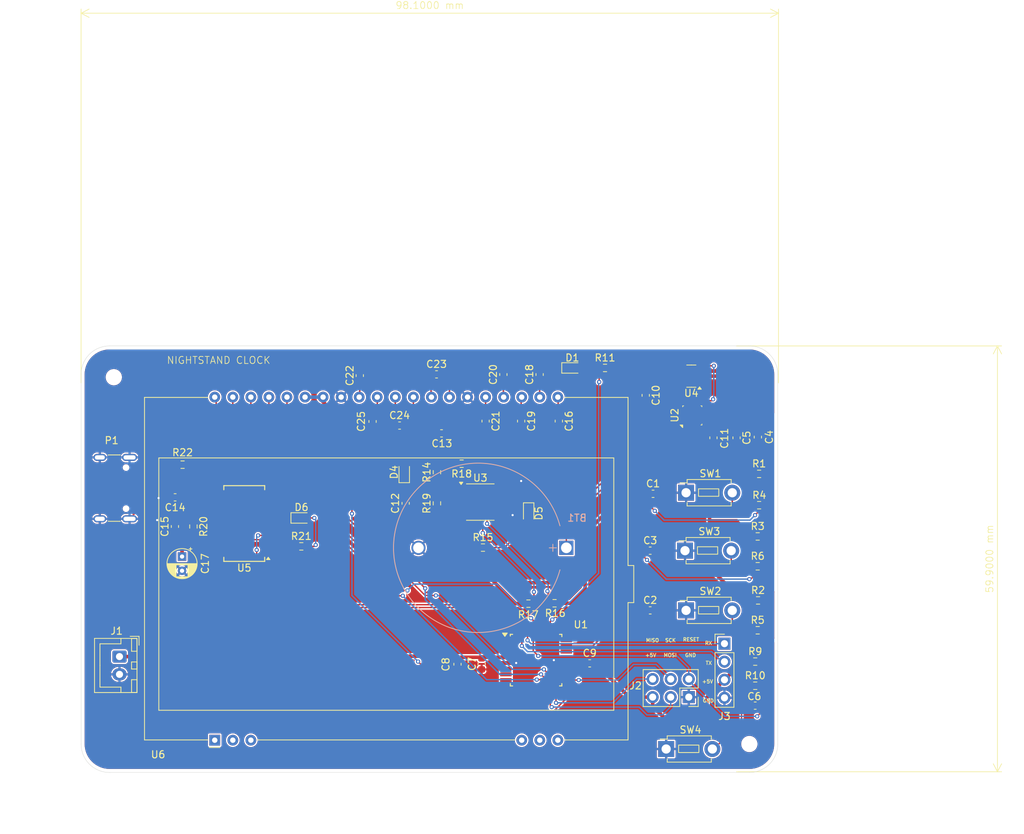
<source format=kicad_pcb>
(kicad_pcb (version 20240108) (generator "pcbnew") (generator_version "8.0")
  (layers (0 "F.Cu" signal) (31 "B.Cu" signal) (34 "B.Paste" user) (35 "F.Paste" user) (36 "B.SilkS" user "B.Silkscreen") (37 "F.SilkS" user "F.Silkscreen") (38 "B.Mask" user) (39 "F.Mask" user) (44 "Edge.Cuts" user))
  (net 0 "")
  (net 1 "Net-(BT1-+)")
  (net 2 "GND")
  (net 3 "/SW1")
  (net 4 "/SW2")
  (net 5 "/SW3")
  (net 6 "+3.3V")
  (net 7 "/RESET")
  (net 8 "+5V")
  (net 9 "Net-(U1-AREF)")
  (net 10 "Net-(U5-3V3OUT)")
  (net 11 "Net-(U6-V0)")
  (net 12 "Net-(U6-V1)")
  (net 13 "Net-(U6-V2)")
  (net 14 "Net-(U6-V3)")
  (net 15 "Net-(U6-V4)")
  (net 16 "Net-(U6-VOUT)")
  (net 17 "Net-(U6-CAP2P)")
  (net 18 "Net-(U6-CAP2N)")
  (net 19 "Net-(U6-CAP1N)")
  (net 20 "Net-(U6-CAP1P)")
  (net 21 "Net-(U6-CAP3P)")
  (net 22 "Net-(D1-A)")
  (net 23 "Net-(D4-A)")
  (net 24 "Net-(D5-A)")
  (net 25 "Net-(D6-A)")
  (net 26 "/MISO")
  (net 27 "/MOSI")
  (net 28 "/SCK")
  (net 29 "/TX")
  (net 30 "/RX")
  (net 31 "Net-(P1-CC)")
  (net 32 "Net-(P1-VBUS-PadA4)")
  (net 33 "/DATA_PIN_2")
  (net 35 "/DATA_PIN_1")
  (net 36 "Net-(R1-Pad2)")
  (net 37 "Net-(R2-Pad2)")
  (net 38 "Net-(R3-Pad2)")
  (net 39 "/SCL")
  (net 40 "/SDA")
  (net 41 "Net-(R10-Pad1)")
  (net 42 "/RED")
  (net 43 "Net-(U3-32KHZ)")
  (net 44 "Net-(U3-~{INT}{slash}SQW)")
  (net 73 "unconnected-(U1-PD2-Pad32)")
  (net 76 "/SS")
  (footprint "LED_SMD:LED_0603_1608Metric" (layer "F.Cu") (at 72.4 55.8)
    (property "Reference" "D6")
    (property "Value" "LED")
  )
  (footprint "Package_SO:SOIC-8_3.9x4.9mm_P1.27mm" (layer "F.Cu") (at 97.555 53.565)
    (property "Reference" "U3")
    (property "Value" "DS3231MZ")
  )
  (footprint "Button_Switch_THT:SW_PUSH_1P1T_6x3.5mm_H4.3_APEM_MJTP1243" (layer "F.Cu") (at 126.5 68.8)
    (property "Reference" "SW2")
    (property "Value" "~" (hide yes))
  )
  (footprint "Package_SO:SSOP-28_5.3x10.2mm_P0.65mm" (layer "F.Cu") (at 64.35 56.58 180)
    (property "Reference" "U5")
    (property "Value" "FT232RL")
  )
  (footprint "Capacitor_SMD:C_0603_1608Metric" (layer "F.Cu") (at 100.8 35.625 90)
    (property "Reference" "C20")
    (property "Value" "1uF")
  )
  (footprint "Connector_JST:JST_XH_B2B-XH-A_1x02_P2.50mm_Vertical" (layer "F.Cu") (at 46.8 75.3 -90)
    (property "Reference" "J1")
    (property "Value" "Conn_01x02_Pin")
  )
  (footprint "Capacitor_THT:CP_Radial_D4.0mm_P2.00mm" (layer "F.Cu") (at 55.6 61.2274 -90)
    (property "Reference" "C17")
    (property "Value" "10uF")
  )
  (footprint "Capacitor_SMD:C_0603_1608Metric" (layer "F.Cu") (at 120.825 38.55 -90)
    (property "Reference" "C10")
    (property "Value" "1uF")
  )
  (footprint "Capacitor_SMD:C_0603_1608Metric" (layer "F.Cu") (at 86.2 42.8)
    (property "Reference" "C24")
    (property "Value" "1uF")
  )
  (footprint "Capacitor_SMD:C_0603_1608Metric" (layer "F.Cu") (at 54.6 57 90)
    (property "Reference" "C15")
    (property "Value" "100nF")
  )
  (footprint "Resistor_SMD:R_0603_1608Metric" (layer "F.Cu") (at 136.225 79.4)
    (property "Reference" "R10")
    (property "Value" "10K")
  )
  (footprint "MountingHole:MountingHole_2.1mm" (layer "F.Cu") (at 135.4 87.6)
    (property "Reference" "H1" (hide yes))
    (property "Value" "MountingHole")
  )
  (footprint "Resistor_SMD:R_0603_1608Metric" (layer "F.Cu") (at 136.575 71.6)
    (property "Reference" "R5")
    (property "Value" "10K")
  )
  (footprint "Button_Switch_THT:SW_PUSH_1P1T_6x3.5mm_H4.3_APEM_MJTP1243" (layer "F.Cu") (at 126.5 52.25)
    (property "Reference" "SW1")
    (property "Value" "~" (hide yes))
  )
  (footprint "Capacitor_SMD:C_0603_1608Metric" (layer "F.Cu") (at 80.6 35.775 -90)
    (property "Reference" "C22")
    (property "Value" "1uF")
  )
  (footprint "Resistor_SMD:R_0603_1608Metric" (layer "F.Cu") (at 91.455 53.74 90)
    (property "Reference" "R19")
    (property "Value" "4.7K")
  )
  (footprint "Capacitor_SMD:C_0603_1608Metric" (layer "F.Cu") (at 133.6 44.525 -90)
    (property "Reference" "C5")
    (property "Value" "100nF")
  )
  (footprint "Capacitor_SMD:C_0603_1608Metric" (layer "F.Cu") (at 121.855 52.4)
    (property "Reference" "C1")
    (property "Value" "100nF")
  )
  (footprint "Connector_USB:USB_C_Receptacle_GCT_USB4105-xx-A_16P_TopMnt_Horizontal" (layer "F.Cu") (at 45.11 51.6 -90)
    (property "Reference" "P1")
    (property "Value" "USB_C_Plug_USB2.0")
  )
  (footprint "Capacitor_SMD:C_0603_1608Metric" (layer "F.Cu") (at 92.1 43.9 180)
    (property "Reference" "C13")
    (property "Value" "1uF")
  )
  (footprint "Capacitor_SMD:C_0603_1608Metric" (layer "F.Cu") (at 87.055 53.74 -90)
    (property "Reference" "C12")
    (property "Value" "0.1uF")
  )
  (footprint "Button_Switch_THT:SW_PUSH_1P1T_6x3.5mm_H4.3_APEM_MJTP1243" (layer "F.Cu") (at 123.7 88.3)
    (property "Reference" "SW4")
    (property "Value" "SW_Push")
  )
  (footprint "Resistor_SMD:R_0603_1608Metric" (layer "F.Cu") (at 136.575 62.6)
    (property "Reference" "R6")
    (property "Value" "10K")
  )
  (footprint "Capacitor_SMD:C_0603_1608Metric" (layer "F.Cu") (at 112.945 76.25)
    (property "Reference" "C9")
    (property "Value" "100nF")
  )
  (footprint "Package_LGA:Bosch_LGA-8_2.5x2.5mm_P0.65mm_ClockwisePinNumbering" (layer "F.Cu") (at 127.375 41.375 90)
    (property "Reference" "U2")
    (property "Value" "BME280")
  )
  (footprint "Capacitor_SMD:C_0603_1608Metric" (layer "F.Cu") (at 98.3 42.175 -90)
    (property "Reference" "C21")
    (property "Value" "1uF")
  )
  (footprint "Connector_PinHeader_2.54mm:PinHeader_1x04_P2.54mm_Vertical" (layer "F.Cu") (at 131.9 73.48)
    (property "Reference" "J3")
    (property "Value" "Conn_01x04_Pin")
  )
  (footprint "Package_TO_SOT_SMD:SOT-23" (layer "F.Cu") (at 127.2375 35.85 180)
    (property "Reference" "U4")
    (property "Value" "XC6206PxxxMR")
  )
  (footprint "Capacitor_SMD:C_0603_1608Metric" (layer "F.Cu") (at 91.4 35.6)
    (property "Reference" "C23")
    (property "Value" "1uF")
  )
  (footprint "Resistor_SMD:R_0603_1608Metric" (layer "F.Cu") (at 136.225 76)
    (property "Reference" "R9")
    (property "Value" "10K")
  )
  (footprint "Resistor_SMD:R_0603_1608Metric" (layer "F.Cu") (at 55.675 48.3)
    (property "Reference" "R22")
    (property "Value" "5.1K")
  )
  (footprint "Capacitor_SMD:C_0603_1608Metric" (layer "F.Cu") (at 136.225 82.2 180)
    (property "Reference" "C6")
    (property "Value" "100nF")
  )
  (footprint "Connector_PinSocket_2.54mm:PinSocket_2x03_P2.54mm_Vertical" (layer "F.Cu") (at 126.88 81 -90)
    (property "Reference" "J2")
    (property "Value" "Conn_02x03_Odd_Even")
  )
  (footprint "Resistor_SMD:R_0603_1608Metric" (layer "F.Cu") (at 57.2 57 -90)
    (property "Reference" "R20")
    (property "Value" "0")
  )
  (footprint "Resistor_SMD:R_0603_1608Metric" (layer "F.Cu") (at 136.625 67.4)
    (property "Reference" "R2")
    (property "Value" "10K")
  )
  (footprint "Capacitor_SMD:C_0603_1608Metric" (layer "F.Cu") (at 97.745 76.325 -90)
    (property "Reference" "C7")
    (property "Value" "100nF")
  )
  (footprint "LED_SMD:LED_0603_1608Metric" (layer "F.Cu") (at 110.498 34.698)
    (property "Reference" "D1")
    (property "Value" "R")
  )
  (footprint "Capacitor_SMD:C_0603_1608Metric" (layer "F.Cu") (at 105.9 35.625 90)
    (property "Reference" "C18")
    (property "Value" "1uF")
  )
  (footprint "MountingHole:MountingHole_2.1mm" (layer "F.Cu") (at 46 36)
    (property "Reference" "H2" (hide yes))
    (property "Value" "MountingHole")
  )
  (footprint "Package_QFP:TQFP-32_7x7mm_P0.8mm" (layer "F.Cu") (at 105.4 75.8)
    (property "Reference" "U1")
    (property "Value" "ATmega328PB-A")
  )
  (footprint "Capacitor_SMD:C_0603_1608Metric" (layer "F.Cu") (at 121.455 68.8)
    (property "Reference" "C2")
    (property "Value" "100nF")
  )
  (footprint "Display:EA_DOGL128-6" (layer "F.Cu") (at 60.2 87.06 90)
    (property "Reference" "U6")
    (property "Value" "EA_DOGL128X-6")
  )
  (footprint "Resistor_SMD:R_0603_1608Metric" (layer "F.Cu") (at 104.32 67.85 180)
    (property "Reference" "R17")
    (property "Value" "4.7K")
  )
  (footprint "Resistor_SMD:R_0603_1608Metric" (layer "F.Cu") (at 136.575 58.4)
    (property "Reference" "R3")
    (property "Value" "10K")
  )
  (footprint "Resistor_SMD:R_0603_1608Metric" (layer "F.Cu") (at 136.775 49.6)
    (property "Reference" "R1")
    (property "Value" "10K")
  )
  (footprint "Resistor_SMD:R_0603_1608Metric" (layer "F.Cu") (at 136.775 54)
    (property "Reference" "R4" (hide yes))
    (property "Value" "10K")
  )
  (footprint "Capacitor_SMD:C_0603_1608Metric" (layer "F.Cu") (at 103.3 42.175 -90)
    (property "Reference" "C19")
    (property "Value" "1uF")
  )
  (footprint "Capacitor_SMD:C_0603_1608Metric" (layer "F.Cu") (at 54.625 52.9 180)
    (property "Reference" "C14")
    (property "Value" "100nF")
  )
  (footprint "Capacitor_SMD:C_0603_1608Metric" (layer "F.Cu") (at 94.345 76.375 -90)
    (property "Reference" "C8")
    (property "Value" "100nF")
  )
  (footprint "Resistor_SMD:R_0603_1608Metric" (layer "F.Cu") (at 115.098 34.698)
    (property "Reference" "R11")
    (property "Value" "220")
  )
  (footprint "Capacitor_SMD:C_0603_1608Metric" (layer "F.Cu") (at 130.35 44.525 -90)
    (property "Reference" "C11")
    (property "Value" "1uF")
  )
  (footprint "Resistor_SMD:R_0603_1608Metric" (layer "F.Cu") (at 108 67.8)
    (property "Reference" "R16")
    (property "Value" "4.7K")
  )
  (footprint "Resistor_SMD:R_0603_1608Metric" (layer "F.Cu") (at 91.455 49.365 90)
    (property "Reference" "R14")
    (property "Value" "220")
  )
  (footprint "Button_Switch_THT:SW_PUSH_1P1T_6x3.5mm_H4.3_APEM_MJTP1243" (layer "F.Cu") (at 126.35 60.4)
    (property "Reference" "SW3")
    (property "Value" "~" (hide yes))
  )
  (footprint "LED_SMD:LED_0603_1608Metric" (layer "F.Cu") (at 86.855 49.3525 90)
    (property "Reference" "D4")
    (property "Value" "LED")
  )
  (footprint "Diode_SMD:D_0603_1608Metric" (layer "F.Cu") (at 104.355 55.1525 -90)
    (property "Reference" "D5")
    (property "Value" "1N4148")
  )
  (footprint "Resistor_SMD:R_0603_1608Metric" (layer "F.Cu") (at 97.93 59.965)
    (property "Reference" "R15")
    (property "Value" "200")
  )
  (footprint "Resistor_SMD:R_0603_1608Metric" (layer "F.Cu") (at 72.375 59.8)
    (property "Reference" "R21")
    (property "Value" "1K")
  )
  (footprint "Capacitor_SMD:C_0603_1608Metric" (layer "F.Cu") (at 82.4 42.225 -90)
    (property "Reference" "C25")
    (property "Value" "1uF")
  )
  (footprint "Resistor_SMD:R_0603_1608Metric" (layer "F.Cu") (at 94.93 48.165 180)
    (property "Reference" "R18")
    (property "Value" "4.7K")
  )
  (footprint "Capacitor_SMD:C_0603_1608Metric" (layer "F.Cu") (at 108.6 42.175 -90)
    (property "Reference" "C16")
    (property "Value" "1uF")
  )
  (footprint "Capacitor_SMD:C_0603_1608Metric" (layer "F.Cu") (at 121.455 60.4)
    (property "Reference" "C3")
    (property "Value" "100nF")
  )
  (footprint "Capacitor_SMD:C_0603_1608Metric" (layer "F.Cu") (at 136.6 44.425 -90)
    (property "Reference" "C4")
    (property "Value" "100nF")
  )
  (footprint "Battery:BatteryHolder_MYOUNG_BS-07-A1BJ001_CR2032" (layer "B.Cu") (at 109.657455 60 180)
    (property "Reference" "BT1")
    (property "Value" "Battery_Cell")
  )
  (gr_arc (start 139.4 87.6) (mid 138.228427 90.428427) (end 135.4 91.6) (stroke (width 0.05)) (layer "Edge.Cuts"))
  (gr_arc (start 41.4 35.6) (mid 42.571573 32.771573) (end 45.4 31.6) (stroke (width 0.05)) (layer "Edge.Cuts"))
  (gr_line (start 41.4 35.6) (end 41.4 87.6) (stroke (width 0.05)) (layer "Edge.Cuts"))
  (gr_arc (start 135.4 31.6) (mid 138.228427 32.771573) (end 139.4 35.6) (stroke (width 0.05)) (layer "Edge.Cuts"))
  (gr_line (start 45.4 31.6) (end 135.4 31.6) (stroke (width 0.05)) (layer "Edge.Cuts"))
  (gr_arc (start 45.4 91.6) (mid 42.571573 90.428427) (end 41.4 87.6) (stroke (width 0.05)) (layer "Edge.Cuts"))
  (gr_line (start 139.4 35.6) (end 139.4 87.6) (stroke (width 0.05)) (layer "Edge.Cuts"))
  (gr_line (start 45.4 91.6) (end 135.4 91.6) (stroke (width 0.05)) (layer "Edge.Cuts"))
  (gr_text "R4" (at 136.8 52.6 0) (layer "F.SilkS") (effects (font (size 1 1))))
  (gr_text "NIGHTSTAND CLOCK\n" (at 53.4 34.2 0) (layer "F.SilkS") (effects (font (size 1 1) (thickness 0.1)) (justify left bottom)))
  (gr_text "SCK" (at 123.5 73.3 0) (layer "F.SilkS") (effects (font (size 0.5 0.5) (thickness 0.1)) (justify left bottom)))
  (gr_text "+5V\n" (at 120.7 75.4 0) (layer "F.SilkS") (effects (font (size 0.5 0.5) (thickness 0.1)) (justify left bottom)))
  (gr_text "MISO" (at 120.8 73.3 0) (layer "F.SilkS") (effects (font (size 0.5 0.5) (thickness 0.1)) (justify left bottom)))
  (gr_text "RX\n" (at 129.1 73.7 0) (layer "F.SilkS") (effects (font (size 0.5 0.5) (thickness 0.1)) (justify left bottom)))
  (gr_text "GND" (at 128.8 81.8 0) (layer "F.SilkS") (effects (font (size 0.5 0.5) (thickness 0.1)) (justify left bottom)))
  (gr_text "TX\n" (at 129.2 76.5 0) (layer "F.SilkS") (effects (font (size 0.5 0.5) (thickness 0.1)) (justify left bottom)))
  (gr_text "MOSI\n" (at 123.3 75.4 0) (layer "F.SilkS") (effects (font (size 0.5 0.5) (thickness 0.1)) (justify left bottom)))
  (gr_text "RESET" (at 126 73.2 0) (layer "F.SilkS") (effects (font (size 0.5 0.5) (thickness 0.1)) (justify left bottom)))
  (gr_text "+5V\n" (at 128.7 79.1 0) (layer "F.SilkS") (effects (font (size 0.5 0.5) (thickness 0.1)) (justify left bottom)))
  (gr_text "GND" (at 126.3 75.4 0) (layer "F.SilkS") (effects (font (size 0.5 0.5) (thickness 0.1)) (justify left bottom)))
  (dimension (type aligned) (layer "F.SilkS") (pts (xy 133.1 31.6) (xy 133.1 91.5)) (height -37.2) (gr_text "59,9000 mm" (at 169.2 61.55 90) (layer "F.SilkS") (effects (font (size 1 1) (thickness 0.1)))) (format (prefix "") (suffix "") (units 3) (units_format 1) (precision 4)) (style (thickness 0.1) (arrow_length 1.27) (text_position_mode 0) (extension_height 0.58642) (extension_offset 0.5) keep_text_aligned))
  (dimension (type aligned) (layer "F.SilkS") (pts (xy 41.4 37.3) (xy 139.5 37.3)) (height -52.5) (gr_text "98,1000 mm" (at 90.45 -16.3 0) (layer "F.SilkS") (effects (font (size 1 1) (thickness 0.1)))) (format (prefix "") (suffix "") (units 3) (units_format 1) (precision 4)) (style (thickness 0.1) (arrow_length 1.27) (text_position_mode 0) (extension_height 0.58642) (extension_offset 0.5) keep_text_aligned))
  (segment (start 106.165 54.365) (end 104.355 54.365) (width 0.2) (layer "F.Cu") (net 1))
  (segment (start 109.657455 57.857455) (end 106.165 54.365) (width 0.2) (layer "F.Cu") (net 1))
  (segment (start 104.155 54.365) (end 103.99 54.2) (width 0.2) (layer "F.Cu") (net 1))
  (segment (start 109.657455 60) (end 109.657455 57.857455) (width 0.2) (layer "F.Cu") (net 1))
  (segment (start 104.19 54.2) (end 100.03 54.2) (width 0.2) (layer "F.Cu") (net 1))
  (segment (start 104.355 54.365) (end 104.19 54.2) (width 0.2) (layer "F.Cu") (net 1))
  (segment (start 104.355 54.365) (end 104.155 54.365) (width 0.2) (layer "F.Cu") (net 1))
  (segment (start 100.03 55.47) (end 102.03 55.47) (width 0.2) (layer "F.Cu") (net 2))
  (segment (start 53.85 52.9) (end 52.4 52.9) (width 0.2) (layer "F.Cu") (net 2))
  (segment (start 108.3 75.4) (end 109.65 75.4) (width 0.2) (layer "F.Cu") (net 2))
  (segment (start 52.1 56.1) (end 52.225 56.225) (width 0.2) (layer "F.Cu") (net 2))
  (segment (start 101.15 76.2) (end 102.6 76.2) (width 0.2) (layer "F.Cu") (net 2))
  (segment (start 52.225 56.225) (end 54.6 56.225) (width 0.2) (layer "F.Cu") (net 2))
  (segment (start 107.9 75.8) (end 108.3 75.4) (width 0.2) (layer "F.Cu") (net 2))
  (segment (start 52.4 52.9) (end 52.3 53) (width 0.2) (layer "F.Cu") (net 2))
  (segment (start 102.03 55.47) (end 102.1 55.4) (width 0.2) (layer "F.Cu") (net 2))
  (segment (start 126.35 52.4) (end 126.5 52.25) (width 0.2) (layer "F.Cu") (net 2))
  (via (at 102.6 76.2) (size 0.6) (drill 0.3) (layers "F.Cu" "B.Cu") (net 2))
  (via (at 102.1 55.4) (size 0.6) (drill 0.3) (layers "F.Cu" "B.Cu") (net 2))
  (via (at 52.1 56.1) (size 0.6) (drill 0.3) (layers "F.Cu" "B.Cu") (net 2))
  (via (at 103.3 50.6) (size 0.6) (drill 0.3) (layers "F.Cu" "B.Cu") (net 2))
  (via (at 107.9 75.8) (size 0.6) (drill 0.3) (layers "F.Cu" "B.Cu") (net 2))
  (via (at 52.3 53) (size 0.6) (drill 0.3) (layers "F.Cu" "B.Cu") (net 2))
  (segment (start 51.7 53.6) (end 51.7 55.7) (width 0.2) (layer "B.Cu") (net 2))
  (segment (start 102.1 55.4) (end 103.3 54.2) (width 0.2) (layer "B.Cu") (net 2))
  (segment (start 102.6 76.2) (end 107.5 76.2) (width 0.2) (layer "B.Cu") (net 2))
  (segment (start 107.5 76.2) (end 107.9 75.8) (width 0.2) (layer "B.Cu") (net 2))
  (segment (start 51.7 55.7) (end 52.1 56.1) (width 0.2) (layer "B.Cu") (net 2))
  (segment (start 52.3 53) (end 51.7 53.6) (width 0.2) (layer "B.Cu") (net 2))
  (segment (start 103.3 54.2) (end 103.3 50.6) (width 0.2) (layer "B.Cu") (net 2))
  (segment (start 108.2 70.4) (end 108.6 70) (width 0.2) (layer "F.Cu") (net 3))
  (segment (start 108.2 71.55) (end 108.2 70.4) (width 0.2) (layer "F.Cu") (net 3))
  (segment (start 111.8 70) (end 116.2 65.6) (width 0.2) (layer "F.Cu") (net 3))
  (segment (start 119.6 52.4) (end 121.08 52.4) (width 0.2) (layer "F.Cu") (net 3))
  (segment (start 136.2 55.4) (end 137.6 54) (width 0.2) (layer "F.Cu") (net 3))
  (segment (start 121.08 52.4) (end 121.08 53.78) (width 0.2) (layer "F.Cu") (net 3))
  (segment (start 108.6 70) (end 111.8 70) (width 0.2) (layer "F.Cu") (net 3))
  (segment (start 116.2 55.8) (end 119.6 52.4) (width 0.2) (layer "F.Cu") (net 3))
  (segment (start 121.08 53.78) (end 122.1 54.8) (width 0.2) (layer "F.Cu") (net 3))
  (segment (start 116.2 65.6) (end 116.2 55.8) (width 0.2) (layer "F.Cu") (net 3))
  (via (at 122.1 54.8) (size 0.6) (drill 0.3) (layers "F.Cu" "B.Cu") (net 3))
  (via (at 136.2 55.4) (size 0.6) (drill 0.3) (layers "F.Cu" "B.Cu") (net 3))
  (segment (start 123.4 56.1) (end 122.1 54.8) (width 0.2) (layer "B.Cu") (net 3))
  (segment (start 135.5 56.1) (end 123.4 56.1) (width 0.2) (layer "B.Cu") (net 3))
  (segment (start 136.2 55.4) (end 135.5 56.1) (width 0.2) (layer "B.Cu") (net 3))
  (segment (start 113.4 73.8) (end 118.4 68.8) (width 0.2) (layer "F.Cu") (net 4))
  (segment (start 123.28 71.4) (end 132.9 71.4) (width 0.2) (layer "F.Cu") (net 4))
  (segment (start 118.4 68.8) (end 120.68 68.8) (width 0.2) (layer "F.Cu") (net 4))
  (segment (start 109.65 73.8) (end 113.4 73.8) (width 0.2) (layer "F.Cu") (net 4))
  (segment (start 133.9 72.4) (end 136.6 72.4) (width 0.2) (layer "F.Cu") (net 4))
  (segment (start 136.6 72.4) (end 137.4 71.6) (width 0.2) (layer "F.Cu") (net 4))
  (segment (start 132.9 71.4) (end 133.9 72.4) (width 0.2) (layer "F.Cu") (net 4))
  (segment (start 120.68 68.8) (end 123.28 71.4) (width 0.2) (layer "F.Cu") (net 4))
  (segment (start 135.6 64.4) (end 137.4 62.6) (width 0.2) (layer "F.Cu") (net 5))
  (segment (start 135.4 64.4) (end 135.6 64.4) (width 0.2) (layer "F.Cu") (net 5))
  (segment (start 117.2 62.6) (end 119.4 60.4) (width 0.2) (layer "F.Cu") (net 5))
  (segment (start 111 73) (end 117.2 66.8) (width 0.2) (layer "F.Cu") (net 5))
  (segment (start 117.2 66.8) (end 117.2 62.6) (width 0.2) (layer "F.Cu") (net 5))
  (segment (start 120.68 61.38) (end 121 61.7) (width 0.2) (layer "F.Cu") (net 5))
  (segment (start 109.65 73) (end 111 73) (width 0.2) (layer "F.Cu") (net 5))
  (segment (start 120.68 60.4) (end 120.68 61.38) (width 0.2) (layer "F.Cu") (net 5))
  (segment (start 119.4 60.4) (end 120.68 60.4) (width 0.2) (layer "F.Cu") (net 5))
  (via (at 121 61.7) (size 0.6) (drill 0.3) (layers "F.Cu" "B.Cu") (net 5))
  (via (at 135.4 64.4) (size 0.6) (drill 0.3) (layers "F.Cu" "B.Cu") (net 5))
  (segment (start 121 61.7) (end 123.7 64.4) (width 0.2) (layer "B.Cu") (net 5))
  (segment (start 123.7 64.4) (end 135.4 64.4) (width 0.2) (layer "B.Cu") (net 5))
  (segment (start 108 64.9) (end 108.825 65.725) (width 0.5) (layer "F.Cu") (net 6))
  (segment (start 94.105 48.165) (end 94.105 47.105) (width 0.5) (layer "F.Cu") (net 6))
  (segment (start 128.4 42.9) (end 129.25 43.75) (width 0.2) (layer "F.Cu") (net 6))
  (segment (start 97.105 62.405) (end 97.105 59.965) (width 0.5) (layer "F.Cu") (net 6))
  (segment (start 130.1 39.3) (end 130.3 39.1) (width 0.2) (layer "F.Cu") (net 6))
  (segment (start 97.105 59.965) (end 97.105 53.315) (width 0.5) (layer "F.Cu") (net 6))
  (segment (start 93.555 50.165) (end 93.155 50.165) (width 0.5) (layer "F.Cu") (net 6))
  (segment (start 91.405 52.965) (end 91.455 52.915) (width 0.5) (layer "F.Cu") (net 6))
  (segment (start 128.4 42.35) (end 128.05 42.35) (width 0.2) (layer "F.Cu") (net 6))
  (segment (start 128.4 42.35) (end 127.65 42.35) (width 0.2) (layer "F.Cu") (net 6))
  (segment (start 91.655 50.39) (end 91.455 50.19) (width 0.2) (layer "F.Cu") (net 6))
  (segment (start 94.105 48.165) (end 94.105 49.615) (width 0.5) (layer "F.Cu") (net 6))
  (segment (start 80.77 44.8) (end 88.4 44.8) (width 0.5) (layer "F.Cu") (net 6))
  (segment (start 136.5 43.75) (end 136.6 43.65) (width 0.2) (layer "F.Cu") (net 6))
  (segment (start 94.94 52.79) (end 95.08 52.93) (width 0.2) (layer "F.Cu") (net 6))
  (segment (start 127.6 39.7) (end 128 39.3) (width 0.2) (layer "F.Cu") (net 6))
  (segment (start 90.6 42.6) (end 92.4 42.6) (width 0.5) (layer "F.Cu") (net 6))
  (segment (start 92.4 42.6) (end 92.875 43.075) (width 0.5) (layer "F.Cu") (net 6))
  (segment (start 127.95 41.05) (end 127.6 40.7) (width 0.2) (layer "F.Cu") (net 6))
  (segment (start 94.105 47.105) (end 92.875 45.875) (width 0.5) (layer "F.Cu") (net 6))
  (segment (start 103.495 67.85) (end 103.495 65.505) (width 0.5) (layer "F.Cu") (net 6))
  (segment (start 129.6 34.4) (end 130.4 34.4) (width 0.2) (layer "F.Cu") (net 6))
  (segment (start 91.455 52.915) (end 91.455 50.19) (width 0.5) (layer "F.Cu") (net 6))
  (segment (start 127.65 42.35) (end 127 41.7) (width 0.2) (layer "F.Cu") (net 6))
  (segment (start 128 39.3) (end 130.1 39.3) (width 0.2) (layer "F.Cu") (net 6))
  (segment (start 91.455 52.915) (end 95.065 52.915) (width 0.5) (layer "F.Cu") (net 6))
  (segment (start 112.4 57.9) (end 125.3 45) (width 0.5) (layer "F.Cu") (net 6))
  (segment (start 103.495 65.505) (end 104.1 64.9) (width 0.5) (layer "F.Cu") (net 6))
  (segment (start 129.25 43.75) (end 130.35 43.75) (width 0.2) (layer "F.Cu") (net 6))
  (segment (start 92.875 43.075) (end 92.875 43.9) (width 0.5) (layer "F.Cu") (net 6))
  (segment (start 112.3 58) (end 112.4 57.9) (width 0.5) (layer "F.Cu") (net 6))
  (segment (start 93.13 50.19) (end 91.455 50.19) (width 0.5) (layer "F.Cu") (net 6))
  (segment (start 92.875 45.875) (end 92.875 43.9) (width 0.5) (layer "F.Cu") (net 6))
  (segment (start 108.825 67.8) (end 110.3 67.8) (width 0.5) (layer "F.Cu") (net 6))
  (segment (start 130.35 43.75) (end 136.5 43.75) (width 0.2) (layer "F.Cu") (net 6))
  (segment (start 125.4 45) (end 125.3 45) (width 0.2) (layer "F.Cu") (net 6))
  (segment (start 96.72 52.93) (end 95.08 52.93) (width 0.5) (layer "F.Cu") (net 6))
  (segment (start 88.4 44.8) (end 90.6 42.6) (width 0.5) (layer "F.Cu") (net 6))
  (segment (start 95.065 52.915) (end 95.08 52.93) (width 0.5) (layer "F.Cu") (net 6))
  (segment (start 91.455 52.715) (end 91.255 52.915) (width 0.2) (layer "F.Cu") (net 6))
  (segment (start 97.105 53.315) (end 96.72 52.93) (width 0.5) (layer "F.Cu") (net 6))
  (segment (start 127 41.7) (end 126.35 41.7) (width 0.2) (layer "F.Cu") (net 6))
  (segment (start 110.3 67.8) (end 112.3 65.8) (width 0.5) (layer "F.Cu") (net 6))
  (segment (start 128.375 34.9) (end 129.1 34.9) (width 0.2) (layer "F.Cu") (net 6))
  (segment (start 128.4 41.05) (end 129.25 41.05) (width 0.2) (layer "F.Cu") (net 6))
  (segment (start 129.1 34.9) (end 129.6 34.4) (width 0.2) (layer "F.Cu") (net 6))
  (segment (start 128.4 42.35) (end 128.4 42.9) (width 0.2) (layer "F.Cu") (net 6))
  (segment (start 129.25 41.05) (end 130.35 42.15) (width 0.2) (layer "F.Cu") (net 6))
  (segment (start 75.44 38.8) (end 75.44 39.47) (width 0.5) (layer "F.Cu") (net 6))
  (segment (start 103.495 67.85) (end 102.55 67.85) (width 0.5) (layer "F.Cu") (net 6))
  (segment (start 102.55 67.85) (end 97.105 62.405) (width 0.5) (layer "F.Cu") (net 6))
  (segment (start 86.93 53.09) (end 87.055 52.965) (width 0.5) (layer "F.Cu") (net 6))
  (segment (start 94.105 49.615) (end 93.555 50.165) (width 0.5) (layer "F.Cu") (net 6))
  (segment (start 93.155 50.165) (end 93.13 50.19) (width 0.5) (layer "F.Cu") (net 6))
  (segment (start 108.825 65.725) (end 108.825 67.8) (width 0.5) (layer "F.Cu") (net 6))
  (segment (start 128.4 41.05) (end 127.95 41.05) (width 0.2) (layer "F.Cu") (net 6))
  (segment (start 104.1 64.9) (end 108 64.9) (width 0.5) (layer "F.Cu") (net 6))
  (segment (start 128.05 42.35) (end 125.4 45) (width 0.2) (layer "F.Cu") (net 6))
  (segment (start 130.35 42.15) (end 130.35 43.75) (width 0.2) (layer "F.Cu") (net 6))
  (segment (start 127.6 40.7) (end 127.6 39.7) (width 0.2) (layer "F.Cu") (net 6))
  (segment (start 112.3 65.8) (end 112.3 58) (width 0.5) (layer "F.Cu") (net 6))
  (segment (start 75.44 39.47) (end 80.77 44.8) (width 0.5) (layer "F.Cu") (net 6))
  (segment (start 87.055 52.965) (end 91.405 52.965) (width 0.5) (layer "F.Cu") (net 6))
  (via (at 130.4 34.4) (size 0.6) (drill 0.3) (layers "F.Cu" "B.Cu") (net 6))
  (via (at 130.3 39.1) (size 0.6) (drill 0.3) (layers "F.Cu" "B.Cu") (net 6))
  (segment (start 130.4 39) (end 130.3 39.1) (width 0.2) (layer "B.Cu") (net 6))
  (segment (start 130.4 34.4) (end 130.4 39) (width 0.2) (layer "B.Cu") (net 6))
  (segment (start 72.9 38.8) (end 75.44 38.8) (width 0.5) (layer "B.Cu") (net 6))
  (segment (start 137.05 82.15) (end 137 82.2) (width 0.2) (layer "F.Cu") (net 7))
  (segment (start 87.3 66) (end 86.8 66) (width 0.2) (layer "F.Cu") (net 7))
  (segment (start 137.05 79.4) (end 137.05 79.6) (width 0.2) (layer "F.Cu") (net 7))
  (segment (start 137.05 79.4) (end 137.05 82.15) (width 0.2) (layer "F.Cu") (net 7))
  (segment (start 137 82.2) (end 137 83.2) (width 0.2) (layer "F.Cu") (net 7))
  (segment (start 137.05 79.6) (end 137 79.65) (width 0.2) (layer "F.Cu") (net 7))
  (segment (start 137 83.2) (end 136.5 83.7) (width 0.2) (layer "F.Cu") (net 7))
  (segment (start 105 70.2) (end 104.7 69.9) (width 0.2) (layer "F.Cu") (net 7))
  (segment (start 62.74 41.94) (end 62.74 38.8) (width 0.2) (layer "F.Cu") (net 7))
  (segment (start 105 74.5) (end 105.7 75.2) (width 0.2) (layer "F.Cu") (net 7))
  (segment (start 105 71.55) (end 105 74.5) (width 0.2) (layer "F.Cu") (net 7))
  (segment (start 105 71.55) (end 105 70.2) (width 0.2) (layer "F.Cu") (net 7))
  (segment (start 86.8 66) (end 62.74 41.94) (width 0.2) (layer "F.Cu") (net 7))
  (via (at 104.7 69.9) (size 0.6) (drill 0.3) (layers "F.Cu" "B.Cu") (net 7))
  (via (at 105.7 75.2) (size 0.6) (drill 0.3) (layers "F.Cu" "B.Cu") (net 7))
  (via (at 87.3 66) (size 0.6) (drill 0.3) (layers "F.Cu" "B.Cu") (net 7))
  (via (at 136.5 83.7) (size 0.6) (drill 0.3) (layers "F.Cu" "B.Cu") (net 7))
  (segment (start 126.88 78.68) (end 126.88 78.46) (width 0.2) (layer "B.Cu") (net 7))
  (segment (start 87.3 66) (end 88.2 65.1) (width 0.2) (layer "B.Cu") (net 7))
  (segment (start 99.9 65.1) (end 104.7 69.9) (width 0.2) (layer "B.Cu") (net 7))
  (segment (start 126.88 76.88) (end 126.88 78.46) (width 0.2) (layer "B.Cu") (net 7))
  (segment (start 136.5 83.7) (end 131.9 83.7) (width 0.2) (layer "B.Cu") (net 7))
  (segment (start 131.9 83.7) (end 126.88 78.68) (width 0.2) (layer "B.Cu") (net 7))
  (segment (start 105.7 75.2) (end 125.2 75.2) (width 0.2) (layer "B.Cu") (net 7))
  (segment (start 88.2 65.1) (end 99.9 65.1) (width 0.2) (layer "B.Cu") (net 7))
  (segment (start 125.2 75.2) (end 126.88 76.88) (width 0.2) (layer "B.Cu") (net 7))
  (segment (start 52.25 75.3) (end 47.65 75.3) (width 0.5) (layer "F.Cu") (net 8))
  (segment (start 135.95 47.75) (end 138.5 45.2) (width 0.5) (layer "F.Cu") (net 8))
  (segment (start 53.425 57.775) (end 51.9 59.3) (width 0.5) (layer "F.Cu") (net 8))
  (segment (start 70.605 58.855) (end 71.55 59.8) (width 0.2) (layer "F.Cu") (net 8))
  (segment (start 103.9 76.1) (end 106.775 76.1) (width 0.5) (layer "F.Cu") (net 8))
  (segment (start 97.745 75.55) (end 97.895 75.4) (width 0.5) (layer "F.Cu") (net 8))
  (segment (start 97.595 75.4) (end 97.745 75.55) (width 0.5) (layer "F.Cu") (net 8))
  (segment (start 129.8 56.2) (end 129.8 62.8) (width 0.5) (layer "F.Cu") (net 8))
  (segment (start 135.8 66.4) (end 135.8 67.4) (width 0.5) (layer "F.Cu") (net 8))
  (segment (start 135.4 75.95) (end 135.4 76) (width 0.5) (layer "F.Cu") (net 8))
  (segment (start 126.1 35.85) (end 122.75 35.85) (width 0.5) (layer "F.Cu") (net 8))
  (segment (start 106.775 76.1) (end 108.475 77.8) (width 0.5) (layer "F.Cu") (net 8))
  (segment (start 122.75 35.85) (end 120.825 37.775) (width 0.5) (layer "F.Cu") (net 8))
  (segment (start 123.3 83.8) (end 121.8 82.3) (width 0.5) (layer "F.Cu") (net 8))
  (segment (start 52.3 75.25) (end 93.995 75.25) (width 0.5) (layer "F.Cu") (net 8))
  (segment (start 101.15 75.4) (end 103.2 75.4) (width 0.5) (layer "F.Cu") (net 8))
  (segment (start 55.6 58.175) (end 55.6 61.2274) (width 0.5) (layer "F.Cu") (net 8))
  (segment (start 93.995 75.25) (end 94.345 75.6) (width 0.5) (layer "F.Cu") (net 8))
  (segment (start 51.9 75.25) (end 52.3 75.25) (width 0.5) (layer "F.Cu") (net 8))
  (segment (start 108.475 77.8) (end 109.65 77.8) (width 0.5) (layer "F.Cu") (net 8))
  (segment (start 118.5 81) (end 121.8 81) (width 0.5) (layer "F.Cu") (net 8))
  (segment (start 138.5 41.5) (end 132.85 35.85) (width 0.5) (layer "F.Cu") (net 8))
  (segment (start 59.405 55.605) (end 59.4 55.6) (width 0.2) (layer "F.Cu") (net 8))
  (segment (start 57.975 57.825) (end 58.6 57.2) (width 0.5) (layer "F.Cu") (net 8))
  (segment (start 62.405 55.605) (end 65.655 58.855) (width 0.2) (layer "F.Cu") (net 8))
  (segment (start 132 49.6) (end 129.8 51.8) (width 0.5) (layer "F.Cu") (net 8))
  (segment (start 60.75 55.605) (end 59.405 55.605) (width 0.2) (layer "F.Cu") (net 8))
  (segment (start 128.7 83.8) (end 123.3 83.8) (width 0.5) (layer "F.Cu") (net 8))
  (segment (start 136 66.2) (end 135.8 66.4) (width 0.5) (layer "F.Cu") (net 8))
  (segment (start 59.2 55.6) (end 59.4 55.6) (width 0.5) (layer "F.Cu") (net 8))
  (segment (start 94.345 75.6) (end 94.545 75.4) (width 0.5) (layer "F.Cu") (net 8))
  (segment (start 109.65 77.8) (end 115.3 77.8) (width 0.5) (layer "F.Cu") (net 8))
  (segment (start 57.15 57.775) (end 57.2 57.825) (width 0.5) (layer "F.Cu") (net 8))
  (segment (start 135.8 67.4) (end 135.8 67.2) (width 0.2) (layer "F.Cu") (net 8))
  (segment (start 132.85 35.85) (end 126.1 35.85) (width 0.5) (layer "F.Cu") (net 8))
  (segment (start 131.9 78.56) (end 129.4 81.06) (width 0.5) (layer "F.Cu") (net 8))
  (segment (start 129.4 83.1) (end 128.7 83.8) (width 0.5) (layer "F.Cu") (net 8))
  (segment (start 135.95 49.6) (end 132 49.6) (width 0.5) (layer "F.Cu") (net 8))
  (segment (start 138.65 72.7) (end 135.4 75.95) (width 0.5) (layer "F.Cu") (net 8))
  (segment (start 51.9 59.3) (end 51.9 75.25) (width 0.5) (layer "F.Cu") (net 8))
  (segment (start 134.4 67.4) (end 135.8 67.4) (width 0.5) (layer "F.Cu") (net 8))
  (segment (start 58.6 56.2) (end 59.2 55.6) (width 0.5) (layer "F.Cu") (net 8))
  (segment (start 129.8 62.8) (end 134.4 67.4) (width 0.5) (layer "F.Cu") (net 8))
  (segment (start 54.6 57.775) (end 53.425 57.775) (width 0.5) (layer "F.Cu") (net 8))
  (segment (start 133.6 56.25) (end 133.6 56.2) (width 0.5) (layer "F.Cu") (net 8))
  (segment (start 138.65 66.2) (end 136 66.2) (width 0.5) (layer "F.Cu") (net 8))
  (segment (start 67.95 58.855) (end 70.605 58.855) (width 0.2) (layer "F.Cu") (net 8))
  (segment (start 135.95 49.6) (end 135.95 47.75) (width 0.5) (layer "F.Cu") (net 8))
  (segment (start 57.2 57.825) (end 57.975 57.825) (width 0.5) (layer "F.Cu") (net 8))
  (segment (start 56 57.775) (end 55.6 58.175) (width 0.5) (layer "F.Cu") (net 8))
  (segment (start 115.3 77.8) (end 118.5 81) (width 0.5) (layer "F.Cu") (net 8))
  (segment (start 56 57.775) (end 57.15 57.775) (width 0.5) (layer "F.Cu") (net 8))
  (segment (start 94.545 75.4) (end 97.595 75.4) (width 0.5) (layer "F.Cu") (net 8))
  (segment (start 129.4 81.06) (end 129.4 83.1) (width 0.5) (layer "F.Cu") (net 8))
  (segment (start 135.75 58.4) (end 133.6 56.25) (width 0.5) (layer "F.Cu") (net 8))
  (segment (start 121.8 82.3) (end 121.8 81) (width 0.5) (layer "F.Cu") (net 8))
  (segment (start 103.2 75.4) (end 103.9 76.1) (width 0.5) (layer "F.Cu") (net 8))
  (segment (start 138.65 72.7) (end 138.65 66.2) (width 0.5) (layer "F.Cu") (net 8))
  (segment (start 54.6 57.775) (end 56 57.775) (width 0.5) (layer "F.Cu") (net 8))
  (segment (start 135.4 76) (end 134.46 76) (width 0.5) (layer "F.Cu") (net 8))
  (segment (start 60.75 55.605) (end 62.405 55.605) (width 0.2) (layer "F.Cu") (net 8))
  (segment (start 129.8 51.8) (end 129.8 56.2) (width 0.5) (layer "F.Cu") (net 8))
  (segment (start 133.6 56.2) (end 129.8 56.2) (width 0.5) (layer "F.Cu") (net 8))
  (segment (start 134.46 76) (end 131.9 78.56) (width 0.5) (layer "F.Cu") (net 8))
  (segment (start 58.6 57.2) (end 58.6 56.2) (width 0.5) (layer "F.Cu") (net 8))
  (segment (start 138.5 45.2) (end 138.5 41.5) (width 0.5) (layer "F.Cu") (net 8))
  (segment (start 97.895 75.4) (end 101.15 75.4) (width 0.5) (layer "F.Cu") (net 8))
  (segment (start 65.655 58.855) (end 67.95 58.855) (width 0.2) (layer "F.Cu") (net 8))
  (segment (start 52.3 75.25) (end 52.25 75.3) (width 0.5) (layer "F.Cu") (net 8))
  (segment (start 112.12 76.2) (end 112.17 76.25) (width 0.2) (layer "F.Cu") (net 9))
  (segment (start 109.65 76.2) (end 112.12 76.2) (width 0.2) (layer "F.Cu") (net 9))
  (segment (start 57.755 53.655) (end 57 52.9) (width 0.2) (layer "F.Cu") (net 10))
  (segment (start 57 52.9) (end 55.4 52.9) (width 0.2) (layer "F.Cu") (net 10))
  (segment (start 60.75 53.655) (end 57.755 53.655) (width 0.2) (layer "F.Cu") (net 10))
  (segment (start 108.5 41.4) (end 108.5 38.89) (width 0.2) (layer "F.Cu") (net 11))
  (segment (start 107.8 38.89) (end 107.84 38.85) (width 0.2) (layer "F.Cu") (net 11))
  (segment (start 105.9 36.4) (end 105.9 38.75) (width 0.2) (layer "F.Cu") (net 12))
  (segment (start 105.4 38.75) (end 105.3 38.85) (width 0.2) (layer "F.Cu") (net 12))
  (segment (start 102.8 38.89) (end 102.76 38.85) (width 0.2) (layer "F.Cu") (net 13))
  (segment (start 103.3 41.4) (end 103.3 38.89) (width 0.2) (layer "F.Cu") (net 13))
  (segment (start 100.2 38.83) (end 100.22 38.85) (width 0.2) (layer "F.Cu") (net 14))
  (segment (start 100.8 36.385) (end 100.8 38.815) (width 0.2) (layer "F.Cu") (net 14))
  (segment (start 98.3 41.435) (end 98.3 38.965) (width 0.2) (layer "F.Cu") (net 15))
  (segment (start 80 38.75) (end 79.9 38.85) (width 0.2) (layer "F.Cu") (net 16))
  (segment (start 80.6 36.55) (end 80.6 38.75) (width 0.2) (layer "F.Cu") (net 16))
  (segment (start 90.625 38.745) (end 90.68 38.8) (width 0.2) (layer "F.Cu") (net 17))
  (segment (start 90.625 35.6) (end 90.625 38.745) (width 0.2) (layer "F.Cu") (net 17))
  (segment (start 93.22 36.32) (end 93.22 38.8) (width 0.2) (layer "F.Cu") (net 18))
  (segment (start 92.5 35.6) (end 93.22 36.32) (width 0.2) (layer "F.Cu") (net 18))
  (segment (start 92.175 35.6) (end 92.5 35.6) (width 0.2) (layer "F.Cu") (net 18))
  (segment (start 85.6 39.6) (end 85.6 38.8) (width 0.2) (layer "F.Cu") (net 19))
  (segment (start 85.425 42.8) (end 85.2 42.575) (width 0.2) (layer "F.Cu") (net 19))
  (segment (start 85.225 43) (end 85.425 42.8) (width 0.2) (layer "F.Cu") (net 19))
  (segment (start 85.6 42.1) (end 85.425 42.275) (width 0.2) (layer "F.Cu") (net 19))
  (segment (start 82.4 43) (end 85.225 43) (width 0.2) (layer "F.Cu") (net 19))
  (segment (start 85.6 39.6) (end 85.6 39.47) (width 0.2) (layer "F.Cu") (net 19))
  (segment (start 85.6 39.47) (end 84.98 38.85) (width 0.2) (layer "F.Cu") (net 19))
  (segment (start 85.6 39.6) (end 85.6 42.1) (width 0.2) (layer "F.Cu") (net 19))
  (segment (start 85.425 42.275) (end 85.425 42.8) (width 0.2) (layer "F.Cu") (net 19))
  (segment (start 86.975 42.8) (end 88.14 41.635) (width 0.2) (layer "F.Cu") (net 20))
  (segment (start 88.14 41.635) (end 88.14 38.8) (width 0.2) (layer "F.Cu") (net 20))
  (segment (start 83.06 40.79) (end 82.4 41.45) (width 0.2) (layer "F.Cu") (net 21))
  (segment (start 83.06 38.8) (end 83.06 40.79) (width 0.2) (layer "F.Cu") (net 21))
  (segment (start 112.3835 33.6) (end 114.825 33.6) (width 0.2) (layer "F.Cu") (net 22))
  (segment (start 114.825 33.6) (end 115.923 34.698) (width 0.2) (layer "F.Cu") (net 22))
  (segment (start 111.2855 34.698) (end 112.3835 33.6) (width 0.2) (layer "F.Cu") (net 22))
  (segment (start 91.43 48.565) (end 91.455 48.54) (width 0.2) (layer "F.Cu") (net 23))
  (segment (start 86.855 48.565) (end 91.43 48.565) (width 0.2) (layer "F.Cu") (net 23))
  (segment (start 104.355 55.94) (end 104.355 56.565) (width 0.2) (layer "F.Cu") (net 24))
  (segment (start 104.355 56.565) (end 100.955 59.965) (width 0.2) (layer "F.Cu") (net 24))
  (segment (start 100.955 59.965) (end 98.755 59.965) (width 0.2) (layer "F.Cu") (net 24))
  (segment (start 73.1875 55.8) (end 74.2 55.8) (width 0.2) (layer "F.Cu") (net 25))
  (segment (start 74.4 59.6) (end 74.2 59.8) (width 0.2) (layer "F.Cu") (net 25))
  (segment (start 74.2 59.8) (end 73.2 59.8) (width 0.2) (layer "F.Cu") (net 25))
  (via (at 74.2 55.8) (size 0.6) (drill 0.3) (layers "F.Cu" "B.Cu") (net 25))
  (via (at 74.4 59.6) (size 0.6) (drill 0.3) (layers "F.Cu" "B.Cu") (net 25))
  (segment (start 74.4 56) (end 74.4 59.6) (width 0.2) (layer "B.Cu") (net 25))
  (segment (start 74.2 55.8) (end 74.4 56) (width 0.2) (layer "B.Cu") (net 25))
  (segment (start 89.8 66.7) (end 65.28 42.18) (width 0.2) (layer "F.Cu") (net 26))
  (segment (start 106.5 77.1) (end 108.2 78.8) (width 0.2) (layer "F.Cu") (net 26))
  (segment (start 108.2 78.8) (end 108.2 80.05) (width 0.2) (layer "F.Cu") (net 26))
  (segment (start 108.2 80.05) (end 108.2 81.8) (width 0.2) (layer "F.Cu") (net 26))
  (segment (start 65.28 42.18) (end 65.28 38.8) (width 0.2) (layer "F.Cu") (net 26))
  (segment (start 91.3 66.7) (end 89.8 66.7) (width 0.2) (layer "F.Cu") (net 26))
  (via (at 108.2 81.8) (size 0.6) (drill 0.3) (layers "F.Cu" "B.Cu") (net 26))
  (via (at 106.5 77.1) (size 0.6) (drill 0.3) (layers "F.Cu" "B.Cu") (net 26))
  (via (at 91.3 66.7) (size 0.6) (drill 0.3) (layers "F.Cu" "B.Cu") (net 26))
  (segment (start 91.7 66.7) (end 102.1 77.1) (width 0.2) (layer "B.Cu") (net 26))
  (segment (start 119.54 78.46) (end 121.8 78.46) (width 0.2) (layer "B.Cu") (net 26))
  (segment (start 116.2 81.8) (end 119.54 78.46) (width 0.2) (layer "B.Cu") (net 26))
  (segment (start 102.1 77.1) (end 106.5 77.1) (width 0.2) (layer "B.Cu") (net 26))
  (segment (start 108.2 81.8) (end 116.2 81.8) (width 0.2) (layer "B.Cu") (net 26))
  (segment (start 108.4 82) (end 108.2 81.8) (width 0.2) (layer "B.Cu") (net 26))
  (segment (start 91.3 66.7) (end 91.7 66.7) (width 0.2) (layer "B.Cu") (net 26))
  (segment (start 106.1 77.8) (end 107.4 79.1) (width 0.2) (layer "F.Cu") (net 27))
  (segment (start 86.9 57.9) (end 70.36 41.36) (width 0.2) (layer "F.Cu") (net 27))
  (segment (start 107.4 79.1) (end 107.4 80.05) (width 0.2) (layer "F.Cu") (net 27))
  (segment (start 107.4 80.05) (end 107.4 81.4) (width 0.2) (layer "F.Cu") (net 27))
  (segment (start 86.9 62.8) (end 86.9 57.9) (width 0.2) (layer "F.Cu") (net 27))
  (segment (start 107.4 81.4) (end 107.4 82.2) (width 0.2) (layer "F.Cu") (net 27))
  (segment (start 107.4 82.2) (end 107.6 82.4) (width 0.2) (layer "F.Cu") (net 27))
  (segment (start 89.8 65.7) (end 86.9 62.8) (width 0.2) (layer "F.Cu") (net 27))
  (segment (start 70.36 41.36) (end 70.36 38.8) (width 0.2) (layer "F.Cu") (net 27))
  (via (at 106.1 77.8) (size 0.6) (drill 0.3) (layers "F.Cu" "B.Cu") (net 27))
  (via (at 89.8 65.7) (size 0.6) (drill 0.3) (layers "F.Cu" "B.Cu") (net 27))
  (via (at 107.6 82.4) (size 0.6) (drill 0.3) (layers "F.Cu" "B.Cu") (net 27))
  (segment (start 121 83.5) (end 123.2 83.5) (width 0.2) (layer "B.Cu") (net 27))
  (segment (start 89.8 67.3) (end 100.3 77.8) (width 0.2) (layer "B.Cu") (net 27))
  (segment (start 124.34 82.36) (end 124.34 81) (width 0.2) (layer "B.Cu") (net 27))
  (segment (start 89.8 65.7) (end 89.8 67.3) (width 0.2) (layer "B.Cu") (net 27))
  (segment (start 123.2 83.5) (end 124.34 82.36) (width 0.2) (layer "B.Cu") (net 27))
  (segment (start 119.9 82.4) (end 121 83.5) (width 0.2) (layer "B.Cu") (net 27))
  (segment (start 100.3 77.8) (end 106.1 77.8) (width 0.2) (layer "B.Cu") (net 27))
  (segment (start 107.6 82.4) (end 119.9 82.4) (width 0.2) (layer "B.Cu") (net 27))
  (segment (start 88.8 76) (end 95.8 83) (width 0.2) (layer "F.Cu") (net 28))
  (segment (start 67.82 42.12) (end 67.82 38.85) (width 0.2) (layer "F.Cu") (net 28))
  (segment (start 109.65 78.6) (end 111.4 78.6) (width 0.2) (layer "F.Cu") (net 28))
  (segment (start 79.5 53.8) (end 67.82 42.12) (width 0.2) (layer "F.Cu") (net 28))
  (segment (start 79.5 55.2) (end 79.5 53.8) (width 0.2) (layer "F.Cu") (net 28))
  (segment (start 109.65 81.198529) (end 109.65 78.6) (width 0.2) (layer "F.Cu") (net 28))
  (segment (start 95.8 83) (end 107.848529 83) (width 0.2) (layer "F.Cu") (net 28))
  (segment (start 107.848529 83) (end 109.65 81.198529) (width 0.2) (layer "F.Cu") (net 28))
  (via (at 79.5 55.2) (size 0.6) (drill 0.3) (layers "F.Cu" "B.Cu") (net 28))
  (via (at 111.4 78.6) (size 0.6) (drill 0.3) (layers "F.Cu" "B.Cu") (net 28))
  (via (at 88.8 76) (size 0.6) (drill 0.3) (layers "F.Cu" "B.Cu") (net 28))
  (segment (start 111.4 78.6) (end 116.9 78.6) (width 0.2) (layer "B.Cu") (net 28))
  (segment (start 88.8 76) (end 79.5 66.7) (width 0.2) (layer "B.Cu") (net 28))
  (segment (start 122.28 76.4) (end 124.34 78.46) (width 0.2) (layer "B.Cu") (net 28))
  (segment (start 116.9 78.6) (end 119.1 76.4) (width 0.2) (layer "B.Cu") (net 28))
  (segment (start 119.1 76.4) (end 122.28 76.4) (width 0.2) (layer "B.Cu") (net 28))
  (segment (start 79.5 66.7) (end 79.5 55.2) (width 0.2) (layer "B.Cu") (net 28))
  (segment (start 103.4 71.55) (end 103.4 70.55) (width 0.2) (layer "F.Cu") (net 29))
  (segment (start 76.634314 68.4) (end 77.2 68.4) (width 0.2) (layer "F.Cu") (net 29))
  (segment (start 76.634314 68.4) (end 73.5 68.4) (width 0.2) (layer "F.Cu") (net 29))
  (segment (start 103.4 71.55) (end 103.4 73.8) (width 0.2) (layer "F.Cu") (net 29))
  (segment (start 66.3 58.255) (end 67.9 58.255) (width 0.2) (layer "F.Cu") (net 29))
  (segment (start 66.1 61) (end 66.1 60.3) (width 0.2) (layer "F.Cu") (net 29))
  (segment (start 73.5 68.4) (end 66.1 61) (width 0.2) (layer "F.Cu") (net 29))
  (segment (start 67.9 58.255) (end 67.95 58.205) (width 0.2) (layer "F.Cu") (net 29))
  (segment (start 103.4 70.55) (end 101.25 68.4) (width 0.2) (layer "F.Cu") (net 29))
  (segment (start 101.25 68.4) (end 77.2 68.4) (width 0.2) (layer "F.Cu") (net 29))
  (via (at 66.3 58.255) (size 0.6) (drill 0.3) (layers "F.Cu" "B.Cu") (net 29))
  (via (at 66.1 60.3) (size 0.6) (drill 0.3) (layers "F.Cu" "B.Cu") (net 29))
  (via (at 103.4 73.8) (size 0.6) (drill 0.3) (layers "F.Cu" "B.Cu") (net 29))
  (segment (start 131.52 76.02) (end 131.9 76.02) (width 0.2) (layer "B.Cu") (net 29))
  (segment (start 130.1 74.6) (end 131.52 76.02) (width 0.2) (layer "B.Cu") (net 29))
  (segment (start 66.1 60.3) (end 66.1 58.455) (width 0.2) (layer "B.Cu") (net 29))
  (segment (start 103.4 73.8) (end 104.2 74.6) (width 0.2) (layer "B.Cu") (net 29))
  (segment (start 66.1 58.455) (end 66.3 58.255) (width 0.2) (layer "B.Cu") (net 29))
  (segment (start 104.2 74.6) (end 130.1 74.6) (width 0.2) (layer "B.Cu") (net 29))
  (segment (start 69.605 60.805) (end 67.95 60.805) (width 0.2) (layer "F.Cu") (net 30))
  (segment (start 104.2 71.55) (end 104.2 70.55) (width 0.2) (layer "F.Cu") (net 30))
  (segment (start 101.65 68) (end 76.8 68) (width 0.2) (layer "F.Cu") (net 30))
  (segment (start 104.2 70.55) (end 101.65 68) (width 0.2) (layer "F.Cu") (net 30))
  (segment (start 104.2 71.55) (end 104.2 73) (width 0.2) (layer "F.Cu") (net 30))
  (segment (start 76.8 68) (end 69.605 60.805) (width 0.2) (layer "F.Cu") (net 30))
  (via (at 104.2 73) (size 0.6) (drill 0.3) (layers "F.Cu" "B.Cu") (net 30))
  (segment (start 104.2 73) (end 104.68 73.48) (width 0.2) (layer "B.Cu") (net 30))
  (segment (start 104.68 73.48) (end 131.9 73.48) (width 0.2) (layer "B.Cu") (net 30))
  (segment (start 52.4 48.3) (end 54.85 48.3) (width 0.2) (layer "F.Cu") (net 31))
  (segment (start 48.79 50.35) (end 50.35 50.35) (width 0.2) (layer "F.Cu") (net 31))
  (segment (start 50.35 50.35) (end 52.4 48.3) (width 0.2) (layer "F.Cu") (net 31))
  (segment (start 57.2 56.175) (end 57.2 55) (width 0.2) (layer "F.Cu") (net 32))
  (segment (start 48.3 49.2) (end 48.79 49.2) (width 0.2) (layer "F.Cu") (net 32))
  (segment (start 48.79 54) (end 48.215001 54) (width 0.2) (layer "F.Cu") (net 32))
  (segment (start 47.9 49.6) (end 48.3 49.2) (width 0.2) (layer "F.Cu") (net 32))
  (segment (start 56.2 54) (end 48.79 54) (width 0.2) (layer "F.Cu") (net 32))
  (segment (start 47.9 53.684999) (end 47.9 49.6) (width 0.2) (layer "F.Cu") (net 32))
  (segment (start 48.215001 54) (end 47.9 53.684999) (width 0.2) (layer "F.Cu") (net 32))
  (segment (start 57.2 55) (end 56.2 54) (width 0.2) (layer "F.Cu") (net 32))
  (segment (start 58.55 51.85) (end 48.79 51.85) (width 0.2) (layer "F.Cu") (net 33))
  (segment (start 60.75 53.005) (end 59.705 53.005) (width 0.2) (layer "F.Cu") (net 33))
  (segment (start 59.705 53.005) (end 58.55 51.85) (width 0.2) (layer "F.Cu") (net 33))
  (segment (start 58.75 51.35) (end 48.79 51.35) (width 0.2) (layer "F.Cu") (net 35))
  (segment (start 59.755 52.355) (end 58.75 51.35) (width 0.2) (layer "F.Cu") (net 35))
  (segment (start 60.75 52.355) (end 59.755 52.355) (width 0.2) (layer "F.Cu") (net 35))
  (segment (start 135.95 52.85) (end 137.6 51.2) (width 0.2) (layer "F.Cu") (net 36))
  (segment (start 133.4 54) (end 133 53.6) (width 0.2) (layer "F.Cu") (net 36))
  (segment (start 135.95 54) (end 135.95 52.85) (width 0.2) (layer "F.Cu") (net 36))
  (segment (start 135.95 54) (end 133.4 54) (width 0.2) (layer "F.Cu") (net 36))
  (segment (start 133 53.6) (end 133 52.25) (width 0.2) (layer "F.Cu") (net 36))
  (segment (start 137.6 51.2) (end 137.6 49.6) (width 0.2) (layer "F.Cu") (net 36))
  (segment (start 133 70.6) (end 133 68.8) (width 0.2) (layer "F.Cu") (net 37))
  (segment (start 135.75 71.6) (end 134 71.6) (width 0.2) (layer "F.Cu") (net 37))
  (segment (start 135.75 69.65) (end 135.75 71.6) (width 0.2) (layer "F.Cu") (net 37))
  (segment (start 135.75 71.6) (end 135.75 71.55) (width 0.2) (layer "F.Cu") (net 37))
  (segment (start 137.45 67.4) (end 137.45 67.95) (width 0.2) (layer "F.Cu") (net 37))
  (segment (start 137.45 67.95) (end 135.75 69.65) (width 0.2) (layer "F.Cu") (net 37))
  (segment (start 134 71.6) (end 133 70.6) (width 0.2) (layer "F.Cu") (net 37))
  (segment (start 133.4 62.6) (end 132.85 62.05) (width 0.2) (layer "F.Cu") (net 38))
  (segment (start 137.4 59) (end 135.75 60.65) (width 0.2) (layer "F.Cu") (net 38))
  (segment (start 135.75 62.6) (end 133.4 62.6) (width 0.2) (layer "F.Cu") (net 38))
  (segment (start 137.4 58.4) (end 137.4 59) (width 0.2) (layer "F.Cu") (net 38))
  (segment (start 135.75 60.65) (end 135.75 62.6) (width 0.2) (layer "F.Cu") (net 38))
  (segment (start 132.85 62.05) (end 132.85 60.4) (width 0.2) (layer "F.Cu") (net 38))
  (segment (start 100.03 51.66) (end 113.84 51.66) (width 0.2) (layer "F.Cu") (net 39))
  (segment (start 100.03 51.66) (end 99.055001 51.66) (width 0.2) (layer "F.Cu") (net 39))
  (segment (start 97.9 52.815001) (end 97.9 57.9) (width 0.2) (layer "F.Cu") (net 39))
  (segment (start 105.1 67.805) (end 105.145 67.85) (width 0.2) (layer "F.Cu") (net 39))
  (segment (start 105.8 69.2) (end 105.8 71.55) (width 0.2) (layer "F.Cu") (net 39))
  (segment (start 105.145 67.85) (end 105.145 68.545) (width 0.2) (layer "F.Cu") (net 39))
  (segment (start 113.84 51.66) (end 125.1 40.4) (width 0.2) (layer "F.Cu") (net 39))
  (segment (start 105.1 66.2) (end 105.1 67.805) (width 0.2) (layer "F.Cu") (net 39))
  (segment (start 125.1 40.4) (end 126.35 40.4) (width 0.2) (layer "F.Cu") (net 39))
  (segment (start 99.055001 51.66) (end 97.9 52.815001) (width 0.2) (layer "F.Cu") (net 39))
  (segment (start 105.145 68.545) (end 105.8 69.2) (width 0.2) (layer "F.Cu") (net 39))
  (via (at 97.9 57.9) (size 0.6) (drill 0.3) (layers "F.Cu" "B.Cu") (net 39))
  (via (at 105.1 66.2) (size 0.6) (drill 0.3) (layers "F.Cu" "B.Cu") (net 39))
  (segment (start 97.9 57.9) (end 105.1 65.1) (width 0.2) (layer "B.Cu") (net 39))
  (segment (start 105.1 65.1) (end 105.1 66.2) (width 0.2) (layer "B.Cu") (net 39))
  (segment (start 98.5 53.485001) (end 98.5 56.6) (width 0.2) (layer "F.Cu") (net 40))
  (segment (start 125.35 41.05) (end 126.35 41.05) (width 0.2) (layer "F.Cu") (net 40))
  (segment (start 107.1 66.2) (end 107.1 67.725) (width 0.2) (layer "F.Cu") (net 40))
  (segment (start 107.1 67.725) (end 107.175 67.8) (width 0.2) (layer "F.Cu") (net 40))
  (segment (start 100.03 52.93) (end 99.055001 52.93) (width 0.2) (layer "F.Cu") (net 40))
  (segment (start 106.6 71.55) (end 106.6 69.2) (width 0.2) (layer "F.Cu") (net 40))
  (segment (start 100.03 52.93) (end 113.47 52.93) (width 0.2) (layer "F.Cu") (net 40))
  (segment (start 107 66.1) (end 107.1 66.2) (width 0.2) (layer "F.Cu") (net 40))
  (segment (start 107.2 68.6) (end 107.2 68.13) (width 0.2) (layer "F.Cu") (net 40))
  (segment (start 107.2 68.13) (end 106.92 67.85) (width 0.2) (layer "F.Cu") (net 40))
  (segment (start 113.47 52.93) (end 125.35 41.05) (width 0.2) (layer "F.Cu") (net 40))
  (segment (start 106.6 69.2) (end 107.2 68.6) (width 0.2) (layer "F.Cu") (net 40))
  (segment (start 99.055001 52.93) (end 98.5 53.485001) (width 0.2) (layer "F.Cu") (net 40))
  (via (at 107 66.1) (size 0.6) (drill 0.3) (layers "F.Cu" "B.Cu") (net 40))
  (via (at 98.5 56.6) (size 0.6) (drill 0.3) (layers "F.Cu" "B.Cu") (net 40))
  (segment (start 107.1 66) (end 107.1 65.2) (width 0.2) (layer "B.Cu") (net 40))
  (segment (start 107 66.1) (end 107.1 66) (width 0.2) (layer "B.Cu") (net 40))
  (segment (start 107.1 65.2) (end 98.5 56.6) (width 0.2) (layer "B.Cu") (net 40))
  (segment (start 130.2 87.55) (end 130.2 88.3) (width 0.2) (layer "F.Cu") (net 41))
  (segment (start 135.4 79.4) (end 135.4 79.25) (width 0.2) (layer "F.Cu") (net 41))
  (segment (start 134.3 80.5) (end 134.3 84.4) (width 0.2) (layer "F.Cu") (net 41))
  (segment (start 130.4 88.3) (end 130.2 88.3) (width 0.2) (layer "F.Cu") (net 41))
  (segment (start 135.4 79.25) (end 137.05 77.6) (width 0.2) (layer "F.Cu") (net 41))
  (segment (start 134.3 84.4) (end 130.4 88.3) (width 0.2) (layer "F.Cu") (net 41))
  (segment (start 135.4 79.4) (end 134.3 80.5) (width 0.2) (layer "F.Cu") (net 41))
  (segment (start 137.05 77.6) (end 137.05 76) (width 0.2) (layer "F.Cu") (net 41))
  (segment (start 107.4 71.55) (end 107.4 70.376806) (width 0.2) (layer "F.Cu") (net 42))
  (segment (start 107.4 70.376806) (end 107.685504 70.091302) (width 0.2) (layer "F.Cu") (net 42))
  (segment (start 114.273 36.673) (end 114.273 34.698) (width 0.2) (layer "F.Cu") (net 42))
  (segment (start 114.4 34.825) (end 114.273 34.698) (width 0.2) (layer "F.Cu") (net 42))
  (via (at 107.685504 70.091302) (size 0.6) (drill 0.3) (layers "F.Cu" "B.Cu") (net 42))
  (via (at 114.273 36.673) (size 0.6) (drill 0.3) (layers "F.Cu" "B.Cu") (net 42))
  (segment (start 107.708698 70.091302) (end 114.2 63.6) (width 0.2) (layer "B.Cu") (net 42))
  (segment (start 114.2 36.746) (end 114.273 36.673) (width 0.2) (layer "B.Cu") (net 42))
  (segment (start 107.685504 70.091302) (end 107.708698 70.091302) (width 0.2) (layer "B.Cu") (net 42))
  (segment (start 114.2 63.6) (end 114.2 36.746) (width 0.2) (layer "B.Cu") (net 42))
  (segment (start 95.08 51.66) (end 96.26 51.66) (width 0.2) (layer "F.Cu") (net 43))
  (segment (start 96.755 51.165) (end 96.755 48.565) (width 0.2) (layer "F.Cu") (net 43))
  (segment (start 96.755 48.565) (end 96.355 48.165) (width 0.2) (layer "F.Cu") (net 43))
  (segment (start 96.26 51.66) (end 96.755 51.165) (width 0.2) (layer "F.Cu") (net 43))
  (segment (start 96.355 48.165) (end 95.755 48.165) (width 0.2) (layer "F.Cu") (net 43))
  (segment (start 93.52 54.2) (end 95.08 54.2) (width 0.2) (layer "F.Cu") (net 44))
  (segment (start 93.155 54.565) (end 93.52 54.2) (width 0.2) (layer "F.Cu") (net 44))
  (segment (start 91.455 54.565) (end 93.155 54.565) (width 0.2) (layer "F.Cu") (net 44))
  (segment (start 102.545 71.495) (end 102.6 71.55) (width 0.2) (layer "F.Cu") (net 73))
  (segment (start 85.998529 66.75) (end 86.65 66.75) (width 0.2) (layer "F.Cu") (net 76))
  (segment (start 60.4 41.151471) (end 85.998529 66.75) (width 0.2) (layer "F.Cu") (net 76))
  (segment (start 59.58 38.85) (end 59.63 38.8) (width 0.2) (layer "F.Cu") (net 76))
  (segment (start 60.4 39) (end 60.4 41.151471) (width 0.2) (layer "F.Cu") (net 76))
  (segment (start 106.092463 78.542463) (end 105.493934 78.542463) (width 0.2) (layer "F.Cu") (net 76))
  (segment (start 60.2 38.8) (end 60.4 39) (width 0.2) (layer "F.Cu") (net 76))
  (segment (start 106.6 79.05) (end 106.092463 78.542463) (width 0.2) (layer "F.Cu") (net 76))
  (segment (start 106.6 80.05) (end 106.6 79.05) (width 0.2) (layer "F.Cu") (net 76))
  (via (at 105.493934 78.542463) (size 0.6) (drill 0.3) (layers "F.Cu" "B.Cu") (net 76))
  (via (at 86.65 66.75) (size 0.6) (drill 0.3) (layers "F.Cu" "B.Cu") (net 76))
  (segment (start 98.442463 78.542463) (end 105.493934 78.542463) (width 0.2) (layer "B.Cu") (net 76))
  (segment (start 86.65 66.75) (end 98.442463 78.542463) (width 0.2) (layer "B.Cu") (net 76))
  (zone (net 2) (net_name "GND") (layers "F&B.Cu") (connect_pads (clearance 0.2)) (min_thickness 0.2) (fill yes (thermal_gap 0.2) (thermal_bridge_width 0.3))
    (polygon (pts (xy 151.046668 24.3) (xy 150.746668 100.3) (xy 31.346668 99.4) (xy 30.946668 24.3)))
  )
)
</source>
